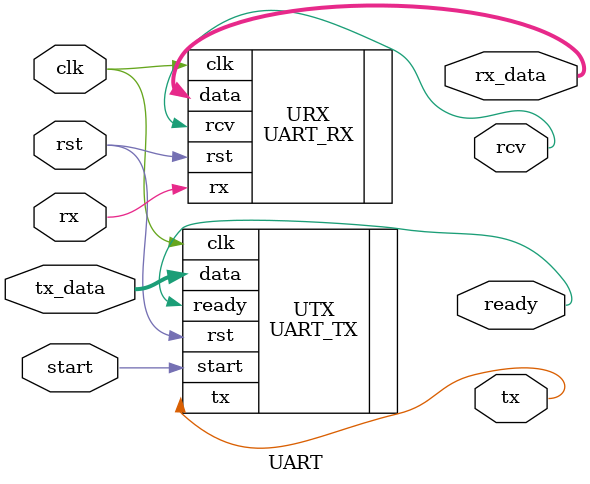
<source format=v>
module UART(/*AUTOARG*/
            // Outputs
            ready, tx, rx_data, rcv,
            // Inputs
            clk, rst, rx, start, tx_data
            );
   input clk; 
   input rst; 
   input rx; 
   input start; 
   input [7:0] tx_data; 
   output      ready; 
   output      tx; 
   output [7:0] rx_data; 
   output       rcv; 
   UART_TX 
     UTX
       (/**/
        // Outputs
        .tx (tx),
        .ready (ready),
        // Inputs
        .clk (clk),
        .rst (rst),
        .start (start),
        .data (tx_data[7:0]));
   UART_RX 
     URX
       (/**/
        // Outputs
        .rcv (rcv),
        .data (rx_data[7:0]),
        // Inputs
        .clk (clk),
        .rst (rst),
        .rx (rx));
endmodule


</source>
